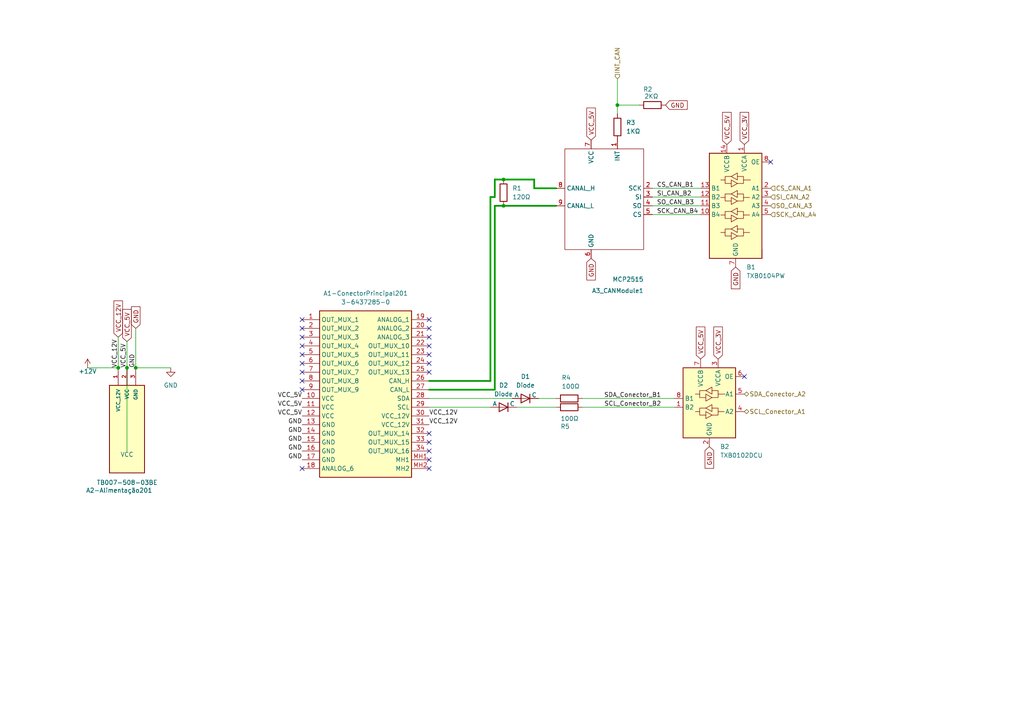
<source format=kicad_sch>
(kicad_sch (version 20250114) (generator "eeschema") (generator_version "9.0")
  (paper "A4")
  (lib_symbols
    (symbol "CAN_Module:MCP2515"
      (property "Reference" "A3.1_CANModule1" (at 14.986 -34.29 0))
      (property "Value" "MCP2515" (at 14.986 -31.496 0))
      (symbol "MCP2515_0_1"
        (rectangle (start 0 0) (end 22.86 -29.21))
        (rectangle (start 0 -11.43) (end 0 -11.43))
      )
      (symbol "MCP2515_1_1"
        (pin output line (at -2.54 -11.43 0) (length 2.54) (name "SCK") (number "2"))
        (pin input line (at -2.54 -13.97 0) (length 2.54) (name "SI") (number "3"))
        (pin output line (at -2.54 -16.51 0) (length 2.54) (name "SO") (number "4"))
        (pin output line (at -2.54 -19.05 0) (length 2.54) (name "CS") (number "5"))
        (pin output line (at 7.62 2.54 270) (length 2.54) (name "INT") (number "1"))
        (pin input line (at 15.24 2.54 270) (length 2.54) (name "VCC") (number "7"))
        (pin input line (at 15.24 -31.75 90) (length 2.54) (name "GND") (number "6"))
        (pin input line (at 25.4 -11.43 180) (length 2.54) (name "CANAL_H") (number "8"))
        (pin input line (at 25.4 -16.51 180) (length 2.54) (name "CANAL_L") (number "9"))
      )
    )
    (symbol "Device:R" (pin_numbers (hide yes)) (pin_names (offset 0))
      (property "Reference" "R" (at 2.032 0 90))
      (property "Value" "R" (at 0 0 90))
      (symbol "R_0_1"
        (rectangle (start -1.016 -2.54) (end 1.016 2.54) (stroke (width 0.254)))
      )
      (symbol "R_1_1"
        (pin passive line (at 0 3.81 270) (length 1.27) (name "~") (number "1"))
        (pin passive line (at 0 -3.81 90) (length 1.27) (name "~") (number "2"))
      )
    )
    (symbol "Diodo_Transmissão:Diode" (pin_numbers (hide yes)) (pin_names (offset 0))
      (property "Reference" "D" (at 0 5.08 0))
      (property "Value" "Diode" (at 0 3.175 0))
      (symbol "Diode_0_1"
        (polyline (pts (xy -1.27 0) (xy 1.27 0)))
        (polyline (pts (xy -1.27 -1.27) (xy -1.27 1.27) (xy 1.27 0) (xy -1.27 -1.27)) (stroke (width 0.254)))
        (polyline (pts (xy 1.27 -1.27) (xy 1.27 1.27)) (stroke (width 0.254)))
      )
      (symbol "Diode_1_1"
        (pin passive line (at -3.81 0 0) (length 2.54) (name "A") (number "1"))
        (pin passive line (at 3.81 0 180) (length 2.54) (name "C") (number "2"))
      )
    )
    (symbol "Logic_LevelTranslator:TXB0102DCU"
      (property "Reference" "U?" (at 2.1433 -12.7 0))
      (property "Value" "TXB0102DCU" (at 2.1433 -15.24 0))
      (symbol "TXB0102DCU_0_1"
        (rectangle (start -7.62 10.16) (end 7.62 -10.16) (stroke (width 0.254)) (fill (type background)))
        (polyline (pts (xy -2.54 2.54) (xy -2.54 3.556) (xy -0.762 3.556)))
        (polyline (pts (xy -2.54 -2.54) (xy -2.54 -1.524) (xy -0.762 -1.524)))
        (polyline (pts (xy -0.762 2.54) (xy -0.762 4.572) (xy 1.016 3.556) (xy -0.762 2.54)))
        (polyline (pts (xy -0.762 1.524) (xy -2.54 1.524) (xy -2.54 2.54) (xy -4.572 2.54)))
        (polyline (pts (xy -0.762 -2.54) (xy -0.762 -0.508) (xy 1.016 -1.524) (xy -0.762 -2.54)))
        (polyline (pts (xy -0.762 -3.556) (xy -2.54 -3.556) (xy -2.54 -2.54) (xy -4.318 -2.54)))
        (polyline (pts (xy 1.016 3.556) (xy 2.794 3.556) (xy 2.794 2.54) (xy 4.064 2.54)))
        (polyline (pts (xy 1.016 2.54) (xy 1.016 0.762) (xy 1.016 0.508) (xy -0.762 1.524) (xy 1.016 2.54)))
        (polyline (pts (xy 1.016 -1.524) (xy 2.794 -1.524) (xy 2.794 -2.54) (xy 4.064 -2.54)))
        (polyline (pts (xy 1.016 -2.54) (xy 1.016 -4.572) (xy -0.762 -3.556) (xy 1.016 -2.54)))
        (polyline (pts (xy 2.794 2.54) (xy 2.794 1.524) (xy 1.016 1.524)))
        (polyline (pts (xy 2.794 -2.54) (xy 2.794 -3.556) (xy 1.016 -3.556)))
      )
      (symbol "TXB0102DCU_1_1"
        (pin input line (at -10.16 7.62 0) (length 2.54) (name "OE") (number "6"))
        (pin bidirectional line (at -10.16 2.54 0) (length 2.54) (name "A1") (number "5"))
        (pin bidirectional line (at -10.16 -2.54 0) (length 2.54) (name "A2") (number "4"))
        (pin power_in line (at -2.54 12.7 270) (length 2.54) (name "VCCA") (number "3"))
        (pin power_in line (at 0 -12.7 90) (length 2.54) (name "GND") (number "2"))
        (pin power_in line (at 2.54 12.7 270) (length 2.54) (name "VCCB") (number "7"))
        (pin bidirectional line (at 10.16 1.27 180) (length 2.54) (name "B1") (number "8"))
        (pin bidirectional line (at 10.16 -1.27 180) (length 2.54) (name "B2") (number "1"))
      )
    )
    (symbol "Logic_LevelTranslator:TXB0104PW"
      (property "Reference" "U?" (at 2.1433 -17.78 0))
      (property "Value" "TXB0104PW" (at 2.1433 -20.32 0))
      (symbol "TXB0104PW_0_1"
        (rectangle (start -7.62 15.24) (end 7.62 -15.24) (stroke (width 0.254)) (fill (type background)))
        (rectangle (start -7.62 -15.24) (end -7.62 -12.7) (stroke (width 0.254)))
        (polyline (pts (xy -2.286 7.493) (xy -2.286 8.509) (xy -0.508 8.509)))
        (polyline (pts (xy -2.286 2.413) (xy -2.286 3.429) (xy -0.508 3.429)))
        (polyline (pts (xy -2.286 -2.667) (xy -2.286 -1.651) (xy -0.508 -1.651)))
        (polyline (pts (xy -2.286 -7.747) (xy -2.286 -6.731) (xy -0.508 -6.731)))
        (polyline (pts (xy -0.508 6.477) (xy -2.286 6.477) (xy -2.286 7.493) (xy -4.318 7.493)))
        (polyline (pts (xy -0.508 6.477) (xy 1.27 7.493) (xy 1.27 5.461) (xy -0.508 6.477)))
        (polyline (pts (xy -0.508 1.397) (xy -2.286 1.397) (xy -2.286 2.413) (xy -4.064 2.413)))
        (polyline (pts (xy -0.508 1.397) (xy 1.27 2.413) (xy 1.27 0.381) (xy -0.508 1.397)))
        (polyline (pts (xy -0.508 -3.683) (xy -2.286 -3.683) (xy -2.286 -2.667) (xy -4.064 -2.667)))
        (polyline (pts (xy -0.508 -3.683) (xy 1.27 -2.667) (xy 1.27 -4.699) (xy -0.508 -3.683)))
        (polyline (pts (xy -0.508 -8.763) (xy -2.286 -8.763) (xy -2.286 -7.747) (xy -4.064 -7.747)))
        (polyline (pts (xy -0.508 -8.763) (xy 1.27 -7.747) (xy 1.27 -9.779) (xy -0.508 -8.763)))
        (polyline (pts (xy 1.27 8.509) (xy -0.508 7.493) (xy -0.508 9.525) (xy 1.27 8.509)))
        (polyline (pts (xy 1.27 8.509) (xy 3.048 8.509) (xy 3.048 7.493) (xy 4.318 7.493)))
        (polyline (pts (xy 1.27 3.429) (xy -0.508 2.413) (xy -0.508 4.445) (xy 1.27 3.429)))
        (polyline (pts (xy 1.27 3.429) (xy 3.048 3.429) (xy 3.048 2.413) (xy 4.318 2.413)))
        (polyline (pts (xy 1.27 -1.651) (xy -0.508 -2.667) (xy -0.508 -0.635) (xy 1.27 -1.651)))
        (polyline (pts (xy 1.27 -1.651) (xy 3.048 -1.651) (xy 3.048 -2.667) (xy 4.318 -2.667)))
        (polyline (pts (xy 1.27 -6.731) (xy -0.508 -7.747) (xy -0.508 -5.715) (xy 1.27 -6.731)))
        (polyline (pts (xy 1.27 -6.731) (xy 3.048 -6.731) (xy 3.048 -7.747) (xy 4.318 -7.747)))
        (polyline (pts (xy 3.048 7.493) (xy 3.048 6.477) (xy 1.27 6.477)))
        (polyline (pts (xy 3.048 2.413) (xy 3.048 1.397) (xy 1.27 1.397)))
        (polyline (pts (xy 3.048 -2.667) (xy 3.048 -3.683) (xy 1.27 -3.683)))
        (polyline (pts (xy 3.048 -7.747) (xy 3.048 -8.763) (xy 1.27 -8.763)))
      )
      (symbol "TXB0104PW_1_1"
        (pin input line (at -10.16 12.7 0) (length 2.54) (name "OE") (number "8"))
        (pin bidirectional line (at -10.16 5.08 0) (length 2.54) (name "A1") (number "2"))
        (pin bidirectional line (at -10.16 2.54 0) (length 2.54) (name "A2") (number "3"))
        (pin bidirectional line (at -10.16 0 0) (length 2.54) (name "A3") (number "4"))
        (pin bidirectional line (at -10.16 -2.54 0) (length 2.54) (name "A4") (number "5"))
        (pin no_connect line (at -7.62 -12.7 0) (length 2.54) (hide yes) (name "NC") (number "6"))
        (pin power_in line (at -2.54 17.78 270) (length 2.54) (name "VCCA") (number "1"))
        (pin power_in line (at 0 -17.78 90) (length 2.54) (name "GND") (number "7"))
        (pin power_in line (at 2.54 17.78 270) (length 2.54) (name "VCCB") (number "14"))
        (pin no_connect line (at 7.62 -12.7 180) (length 2.54) (hide yes) (name "NC") (number "9"))
        (pin bidirectional line (at 10.16 5.08 180) (length 2.54) (name "B1") (number "13"))
        (pin bidirectional line (at 10.16 2.54 180) (length 2.54) (name "B2") (number "12"))
        (pin bidirectional line (at 10.16 0 180) (length 2.54) (name "B3") (number "11"))
        (pin bidirectional line (at 10.16 -2.54 180) (length 2.54) (name "B4") (number "10"))
      )
    )
    (symbol "conector:3-6437285-0"
      (property "Reference" "A1-ConectorPrincipal" (at 18.415 7.62 0))
      (property "Value" "3-6437285-0" (at 18.415 5.08 0))
      (symbol "3-6437285-0_1_1"
        (rectangle (start 5.08 2.54) (end 31.75 -45.72) (stroke (width 0.254)) (fill (type background)))
        (pin passive line (at 0 0 0) (length 5.08) (name "OUT_MUX_1") (number "1"))
        (pin passive line (at 0 -2.54 0) (length 5.08) (name "OUT_MUX_2") (number "2"))
        (pin passive line (at 0 -5.08 0) (length 5.08) (name "OUT_MUX_3") (number "3"))
        (pin passive line (at 0 -7.62 0) (length 5.08) (name "OUT_MUX_4") (number "4"))
        (pin passive line (at 0 -10.16 0) (length 5.08) (name "OUT_MUX_5") (number "5"))
        (pin passive line (at 0 -12.7 0) (length 5.08) (name "OUT_MUX_6") (number "6"))
        (pin passive line (at 0 -15.24 0) (length 5.08) (name "OUT_MUX_7") (number "7"))
        (pin passive line (at 0 -17.78 0) (length 5.08) (name "OUT_MUX_8") (number "8"))
        (pin passive line (at 0 -20.32 0) (length 5.08) (name "OUT_MUX_9") (number "9"))
        (pin bidirectional line (at 0 -22.86 0) (length 5.08) (name "VCC") (number "10"))
        (pin bidirectional line (at 0 -25.4 0) (length 5.08) (name "VCC") (number "11"))
        (pin bidirectional line (at 0 -27.94 0) (length 5.08) (name "VCC") (number "12"))
        (pin bidirectional line (at 0 -30.48 0) (length 5.08) (name "GND") (number "13"))
        (pin bidirectional line (at 0 -33.02 0) (length 5.08) (name "GND") (number "14"))
        (pin bidirectional line (at 0 -35.56 0) (length 5.08) (name "GND") (number "15"))
        (pin bidirectional line (at 0 -38.1 0) (length 5.08) (name "GND") (number "16"))
        (pin bidirectional line (at 0 -40.64 0) (length 5.08) (name "GND") (number "17"))
        (pin passive line (at 0 -43.18 0) (length 5.08) (name "ANALOG_6") (number "18"))
        (pin passive line (at 36.83 0 180) (length 5.08) (name "ANALOG_1") (number "19"))
        (pin passive line (at 36.83 -2.54 180) (length 5.08) (name "ANALOG_2") (number "20"))
        (pin passive line (at 36.83 -5.08 180) (length 5.08) (name "ANALOG_3") (number "21"))
        (pin passive line (at 36.83 -7.62 180) (length 5.08) (name "OUT_MUX_10") (number "22"))
        (pin passive line (at 36.83 -10.16 180) (length 5.08) (name "OUT_MUX_11") (number "23"))
        (pin passive line (at 36.83 -12.7 180) (length 5.08) (name "OUT_MUX_12") (number "24"))
        (pin passive line (at 36.83 -15.24 180) (length 5.08) (name "OUT_MUX_13") (number "25"))
        (pin passive line (at 36.83 -17.78 180) (length 5.08) (name "CAN_H") (number "26"))
        (pin passive line (at 36.83 -20.32 180) (length 5.08) (name "CAN_L") (number "27"))
        (pin passive line (at 36.83 -22.86 180) (length 5.08) (name "SDA") (number "28"))
        (pin passive line (at 36.83 -25.4 180) (length 5.08) (name "SCL") (number "29"))
        (pin bidirectional line (at 36.83 -27.94 180) (length 5.08) (name "VCC_12V") (number "30"))
        (pin bidirectional line (at 36.83 -30.48 180) (length 5.08) (name "VCC_12V") (number "31"))
        (pin passive line (at 36.83 -33.02 180) (length 5.08) (name "OUT_MUX_14") (number "32"))
        (pin passive line (at 36.83 -35.56 180) (length 5.08) (name "OUT_MUX_15") (number "33"))
        (pin passive line (at 36.83 -38.1 180) (length 5.08) (name "OUT_MUX_16") (number "34"))
        (pin passive line (at 36.83 -40.64 180) (length 5.08) (name "MH1") (number "MH1"))
        (pin passive line (at 36.83 -43.18 180) (length 5.08) (name "MH2") (number "MH2"))
      )
    )
    (symbol "conector_borne:TB007-508-03BE" (pin_names (offset 1.016))
      (property "Reference" "A2-Alimentação" (at -7.366 -25.4 0))
      (property "Value" "TB007-508-03BE" (at -8.89 -23.114 0))
      (symbol "TB007-508-03BE_0_0"
        (rectangle (start -5.08 5.08) (end 5.08 -20.32) (stroke (width 0.254)) (fill (type background)))
      )
      (symbol "TB007-508-03BE_1_0"
        (pin bidirectional line (at -2.54 10.16 270) (length 5.08) (name "GND") (number "3"))
        (pin bidirectional line (at 0 10.16 270) (length 5.08) (name "VCC") (number "2"))
        (pin bidirectional line (at 2.54 10.16 270) (length 5.08) (name "VCC_12V") (number "1"))
      )
    )
    (symbol "power:+12V" (power) (pin_numbers (hide yes)) (pin_names (offset 0) (hide yes))
      (property "Value" "+12V" (at 0 3.556 0))
      (symbol "+12V_0_1"
        (polyline (pts (xy -0.762 1.27) (xy 0 2.54)))
        (polyline (pts (xy 0 2.54) (xy 0.762 1.27)))
        (polyline (pts (xy 0 0) (xy 0 2.54)))
      )
      (symbol "+12V_1_1"
        (pin power_in line (at 0 0 90) (length 0) (name "~") (number "1"))
      )
    )
    (symbol "power:GND" (power) (pin_numbers (hide yes)) (pin_names (offset 0) (hide yes))
      (property "Value" "GND" (at 0 -3.81 0))
      (symbol "GND_0_1"
        (polyline (pts (xy 0 0) (xy 0 -1.27) (xy 1.27 -1.27) (xy 0 -2.54) (xy -1.27 -1.27) (xy 0 -1.27)))
      )
      (symbol "GND_1_1"
        (pin power_in line (at 0 0 270) (length 0) (name "~") (number "1"))
      )
    )
    (symbol "power:VCC" (power) (pin_numbers (hide yes)) (pin_names (offset 0) (hide yes))
      (property "Value" "VCC" (at 0 3.556 0))
      (symbol "VCC_0_1"
        (polyline (pts (xy -0.762 1.27) (xy 0 2.54)))
        (polyline (pts (xy 0 2.54) (xy 0.762 1.27)))
        (polyline (pts (xy 0 0) (xy 0 2.54)))
      )
      (symbol "VCC_1_1"
        (pin power_in line (at 0 0 90) (length 0) (name "~") (number "1"))
      )
    )
  )
  (junction (at 34.29 106.68))
  (junction (at 146.05 52.07))
  (junction (at 179.07 30.48))
  (junction (at 36.83 106.68))
  (junction (at 146.05 59.69))
  (junction (at 39.37 106.68))
  (no_connect (at 87.63 110.49))
  (no_connect (at 87.63 95.25))
  (no_connect (at 87.63 135.89))
  (no_connect (at 124.46 105.41))
  (no_connect (at 87.63 92.71))
  (no_connect (at 87.63 97.79))
  (no_connect (at 87.63 105.41))
  (no_connect (at 124.46 102.87))
  (no_connect (at 215.9 109.22))
  (no_connect (at 87.63 107.95))
  (no_connect (at 124.46 125.73))
  (no_connect (at 124.46 100.33))
  (no_connect (at 87.63 102.87))
  (no_connect (at 87.63 113.03))
  (no_connect (at 124.46 128.27))
  (no_connect (at 124.46 107.95))
  (no_connect (at 124.46 97.79))
  (no_connect (at 124.46 130.81))
  (no_connect (at 223.52 46.99))
  (no_connect (at 124.46 135.89))
  (no_connect (at 87.63 100.33))
  (no_connect (at 124.46 92.71))
  (no_connect (at 124.46 133.35))
  (no_connect (at 124.46 95.25))
  (wire (pts (xy 168.91 115.57) (xy 195.58 115.57)))
  (wire (pts (xy 36.83 106.68) (xy 36.83 130.81)))
  (wire (pts (xy 124.46 118.11) (xy 142.24 118.11)))
  (wire (pts (xy 142.24 110.49) (xy 124.46 110.49)) (stroke (width 0.5)))
  (wire (pts (xy 34.29 97.79) (xy 34.29 106.68)))
  (wire (pts (xy 124.46 115.57) (xy 148.59 115.57)))
  (wire (pts (xy 143.51 59.69) (xy 146.05 59.69)) (stroke (width 0.5)))
  (wire (pts (xy 25.4 106.68) (xy 34.29 106.68)))
  (wire (pts (xy 203.2 54.61) (xy 189.23 54.61)))
  (wire (pts (xy 49.53 106.68) (xy 39.37 106.68)))
  (wire (pts (xy 154.94 54.61) (xy 161.29 54.61)) (stroke (width 0.5)))
  (wire (pts (xy 39.37 95.25) (xy 39.37 106.68)))
  (wire (pts (xy 156.21 115.57) (xy 161.29 115.57)))
  (wire (pts (xy 185.42 30.48) (xy 179.07 30.48)))
  (wire (pts (xy 146.05 59.69) (xy 161.29 59.69)) (stroke (width 0.5)))
  (wire (pts (xy 36.83 99.06) (xy 36.83 106.68)))
  (wire (pts (xy 179.07 22.86) (xy 179.07 30.48)))
  (wire (pts (xy 143.51 52.07) (xy 146.05 52.07)) (stroke (width 0.5)))
  (wire (pts (xy 168.91 118.11) (xy 195.58 118.11)))
  (wire (pts (xy 149.86 118.11) (xy 161.29 118.11)))
  (wire (pts (xy 154.94 54.61) (xy 154.94 52.07)) (stroke (width 0.5)))
  (wire (pts (xy 203.2 59.69) (xy 189.23 59.69)))
  (wire (pts (xy 179.07 30.48) (xy 179.07 33.02)))
  (wire (pts (xy 203.2 62.23) (xy 189.23 62.23)))
  (wire (pts (xy 143.51 52.07) (xy 143.51 57.15)) (stroke (width 0.5)))
  (wire (pts (xy 142.24 57.15) (xy 142.24 110.49)) (stroke (width 0.5)))
  (wire (pts (xy 143.51 59.69) (xy 143.51 113.03)) (stroke (width 0.5)))
  (wire (pts (xy 142.24 57.15) (xy 143.51 57.15)) (stroke (width 0.5)))
  (wire (pts (xy 143.51 113.03) (xy 124.46 113.03)) (stroke (width 0.5)))
  (wire (pts (xy 146.05 52.07) (xy 154.94 52.07)) (stroke (width 0.5)))
  (wire (pts (xy 203.2 57.15) (xy 189.23 57.15)))
  (label "VCC_5V" (at 36.83 106.68 90))
  (label "VCC_5V" (at 87.63 120.65 180))
  (label "SI_CAN_B2" (at 190.5 57.15 0))
  (label "SDA_Conector_B1" (at 191.77 115.57 180))
  (label "CS_CAN_B1" (at 190.5 54.61 0))
  (label "GND" (at 87.63 123.19 180))
  (label "SO_CAN_B3" (at 190.5 59.69 0))
  (label "GND" (at 87.63 133.35 180))
  (label "GND" (at 87.63 130.81 180))
  (label "GND" (at 39.37 106.68 90))
  (label "VCC_12V" (at 124.46 120.65 0))
  (label "SCL_Conector_B2" (at 191.77 118.11 180))
  (label "GND" (at 87.63 128.27 180))
  (label "VCC_5V" (at 87.63 118.11 180))
  (label "SCK_CAN_B4" (at 190.5 62.23 0))
  (label "GND" (at 87.63 125.73 180))
  (label "VCC_12V" (at 34.29 106.68 90))
  (label "VCC_12V" (at 124.46 123.19 0))
  (label "VCC_5V" (at 87.63 115.57 180))
  (global_label "GND" (shape input) (at 39.37 95.25 90) (property "Intersheetrefs" "${INTERSHEET_REFS}" (effects (hide yes))))
  (global_label "VCC_12V" (shape input) (at 34.29 97.79 90) (property "Intersheetrefs" "${INTERSHEET_REFS}" (effects (hide yes))))
  (global_label "GND" (shape input) (at 205.74 129.54 270) (property "Intersheetrefs" "${INTERSHEET_REFS}" (effects (hide yes))))
  (global_label "VCC_5V" (shape input) (at 210.82 41.91 90) (property "Intersheetrefs" "${INTERSHEET_REFS}" (effects (hide yes))))
  (global_label "GND" (shape input) (at 213.36 77.47 270) (property "Intersheetrefs" "${INTERSHEET_REFS}" (effects (hide yes))))
  (global_label "VCC_3V" (shape input) (at 208.28 104.14 90) (property "Intersheetrefs" "${INTERSHEET_REFS}" (effects (hide yes))))
  (global_label "VCC_5V" (shape input) (at 36.83 99.06 90) (property "Intersheetrefs" "${INTERSHEET_REFS}" (effects (hide yes))))
  (global_label "GND" (shape input) (at 193.04 30.48 0) (property "Intersheetrefs" "${INTERSHEET_REFS}" (effects (hide yes))))
  (global_label "VCC_5V" (shape input) (at 171.45 40.64 90) (property "Intersheetrefs" "${INTERSHEET_REFS}" (effects (hide yes))))
  (global_label "VCC_3V" (shape input) (at 215.9 41.91 90) (property "Intersheetrefs" "${INTERSHEET_REFS}" (effects (hide yes))))
  (global_label "VCC_5V" (shape input) (at 203.2 104.14 90) (property "Intersheetrefs" "${INTERSHEET_REFS}" (effects (hide yes))))
  (global_label "GND" (shape input) (at 171.45 74.93 270) (property "Intersheetrefs" "${INTERSHEET_REFS}" (effects (hide yes))))
  (hierarchical_label "INT_CAN" (shape input) (at 179.07 22.86 90))
  (hierarchical_label "SCL_Conector_A1" (shape bidirectional) (at 215.9 119.38 0))
  (hierarchical_label "SI_CAN_A2" (shape input) (at 223.52 57.15 0))
  (hierarchical_label "SO_CAN_A3" (shape input) (at 223.52 59.69 0))
  (hierarchical_label "SDA_Conector_A2" (shape bidirectional) (at 215.9 114.3 0))
  (hierarchical_label "CS_CAN_A1" (shape input) (at 223.52 54.61 0))
  (hierarchical_label "SCK_CAN_A4" (shape input) (at 223.52 62.23 0))
  (symbol (lib_id "Device:R") (at 146.05 55.88 180) (unit 1)
    (property "Reference" "R1" (at 148.59 54.6099 0) (effects (justify right)))
    (property "Value" "120Ω" (at 148.59 57.1499 0) (effects (justify right)))
    (property "Footprint" "Resistor_SMD:R_1206_3216Metric_Pad1.30x1.75mm_HandSolder" (effects (hide yes)))
    (property "Description" "Resistor" (effects (hide yes)))
  )
  (symbol (lib_id "Device:R") (at 165.1 118.11 270) (unit 1)
    (property "Reference" "R5" (at 162.56 123.698 90) (effects (justify left)))
    (property "Value" "100Ω" (at 162.56 121.412 90) (effects (justify left)))
    (property "Footprint" "Resistor_SMD:R_1206_3216Metric_Pad1.30x1.75mm_HandSolder" (effects (hide yes)))
    (property "Description" "Resistor" (effects (hide yes)))
  )
  (symbol (lib_id "Logic_LevelTranslator:TXB0102DCU") (at 205.74 116.84 0) (mirror y) (unit 1)
    (property "Reference" "B2" (at 208.8581 129.54 0) (effects (justify right)))
    (property "Value" "TXB0102DCU" (at 208.8581 132.08 0) (effects (justify right)))
    (property "Footprint" "Package_SO:VSSOP-8_2.3x2mm_P0.5mm" (effects (hide yes)))
    (property "Datasheet" "http://www.ti.com/lit/ds/symlink/txb0102.pdf" (effects (hide yes)))
    (property "Description" "2-Bit Bidirectional Voltage-Level Translator With Auto Direction Sensing and ±15-kV ESD Protection, VSSOP-8" (effects (hide yes)))
  )
  (symbol (lib_id "CAN_Module:MCP2515") (at 186.69 43.18 0) (mirror y) (unit 1)
    (property "Reference" "A3_CANModule1" (at 186.69 84.328 0) (effects (justify left)))
    (property "Value" "MCP2515" (at 186.69 81.026 0) (effects (justify left)))
    (property "Footprint" "Can_Module:MCP2515" (effects (hide yes)))
  )
  (symbol (lib_id "conector_borne:TB007-508-03BE") (at 36.83 116.84 0) (mirror y) (unit 1)
    (property "Reference" "A2-Alimentação201" (at 44.196 142.24 0) (effects (justify left)))
    (property "Value" "TB007-508-03BE" (at 45.72 139.954 0) (effects (justify left)))
    (property "Footprint" "Alimentação_Geral:Alimentação_5_12_GND" (effects (hide yes)))
    (property "STANDARD" "Manufacturer Recommendations" (effects (hide yes)))
    (property "MANUFACTURER" "CUI" (effects (hide yes)))
  )
  (symbol (lib_id "Logic_LevelTranslator:TXB0104PW") (at 213.36 59.69 0) (mirror y) (unit 1)
    (property "Reference" "B1" (at 216.4781 77.47 0) (effects (justify right)))
    (property "Value" "TXB0104PW" (at 216.4781 80.01 0) (effects (justify right)))
    (property "Footprint" "Package_SO:TSSOP-14_4.4x5mm_P0.65mm" (effects (hide yes)))
    (property "Datasheet" "http://www.ti.com/lit/ds/symlink/txb0104.pdf" (effects (hide yes)))
    (property "Description" "4-Bit Bidirectional Voltage-Level Translator, Auto Direction Sensing and ±15-kV ESD Protection, 1.2 - 3.6V APort, 1.65 - 5.5V BPort, TSSOP-14" (effects (hide yes)))
  )
  (symbol (lib_id "power:GND") (at 49.53 106.68 0) (unit 1)
    (property "Reference" "#PWR01" (effects (hide yes)))
    (property "Value" "GND" (at 49.53 111.76 0))
    (property "Description" "Power symbol creates a global label with name \"GND\" , ground" (effects (hide yes)))
  )
  (symbol (lib_id "Diodo_Transmissão:Diode") (at 152.4 115.57 0) (unit 1)
    (property "Reference" "D1" (at 152.4 109.22 0))
    (property "Value" "Diode" (at 152.4 111.76 0))
    (property "Footprint" "Diodo:P1_DO-15" (effects (hide yes)))
    (property "Datasheet" "https://diotec.com/de/produktliste/D.html" (effects (hide yes)))
    (property "Description" "Diode" (effects (hide yes)))
  )
  (symbol (lib_id "power:VCC") (at 36.83 130.81 0) (unit 1)
    (property "Reference" "#PWR02" (effects (hide yes)))
    (property "Value" "VCC" (at 36.83 131.826 0))
    (property "Description" "Power symbol creates a global label with name \"VCC\"" (effects (hide yes)))
  )
  (symbol (lib_id "power:+12V") (at 25.4 106.68 0) (unit 1)
    (property "Reference" "#PWR03" (effects (hide yes)))
    (property "Value" "+12V" (at 25.4 107.696 0))
    (property "Description" "Power symbol creates a global label with name \"+12V\"" (effects (hide yes)))
  )
  (symbol (lib_id "Device:R") (at 179.07 36.83 180) (unit 1)
    (property "Reference" "R3" (at 181.61 35.5599 0) (effects (justify right)))
    (property "Value" "1KΩ" (at 181.61 38.0999 0) (effects (justify right)))
    (property "Footprint" "Resistor_SMD:R_1206_3216Metric_Pad1.30x1.75mm_HandSolder" (effects (hide yes)))
    (property "Description" "Resistor" (effects (hide yes)))
  )
  (symbol (lib_id "conector:3-6437285-0") (at 87.63 92.71 0) (unit 1)
    (property "Reference" "A1-ConectorPrincipal201" (at 106.045 85.09 0))
    (property "Value" "3-6437285-0" (at 106.045 87.63 0))
    (property "Footprint" "Conector_Principal_Carro:Conector_Principal" (effects (hide yes)))
    (property "Datasheet" "https://www.te.com/commerce/DocumentDelivery/DDEController?Action=showdoc&DocId=Customer+Drawing%7F2-1437285-8%7FA%7Fpdf%7FJapanese%7FJPN_CD_2-1437285-8_A.pdf%7F3-6437285-0" (effects (hide yes)))
    (property "Height" "28.2" (effects (hide yes)))
    (property "Mouser Part Number" "571-3-6437285-0" (effects (hide yes)))
    (property "Mouser Price/Stock" "https://www.mouser.co.uk/ProductDetail/TE-Connectivity/3-6437285-0?qs=WBj8811fzwFF9aG7dQQTdA%3D%3D" (effects (hide yes)))
    (property "Manufacturer_Name" "TE Connectivity" (effects (hide yes)))
    (property "Manufacturer_Part_Number" "3-6437285-0" (effects (hide yes)))
  )
  (symbol (lib_id "Device:R") (at 165.1 115.57 270) (unit 1)
    (property "Reference" "R4" (at 162.8775 109.5374 90) (effects (justify left)))
    (property "Value" "100Ω" (at 162.8775 112.0774 90) (effects (justify left)))
    (property "Footprint" "Resistor_SMD:R_1206_3216Metric_Pad1.30x1.75mm_HandSolder" (effects (hide yes)))
    (property "Description" "Resistor" (effects (hide yes)))
  )
  (symbol (lib_id "Diodo_Transmissão:Diode") (at 146.05 118.11 0) (unit 1)
    (property "Reference" "D2" (at 146.05 111.76 0))
    (property "Value" "Diode" (at 146.05 114.3 0))
    (property "Footprint" "Diodo:P1_DO-15" (effects (hide yes)))
    (property "Datasheet" "https://diotec.com/de/produktliste/D.html" (effects (hide yes)))
    (property "Description" "Diode" (effects (hide yes)))
  )
  (symbol (lib_id "Device:R") (at 189.23 30.48 90) (mirror x) (unit 1)
    (property "Reference" "R2" (at 189.23 25.908 90) (effects (justify left)))
    (property "Value" "2KΩ" (at 191.008 27.94 90) (effects (justify left)))
    (property "Footprint" "Resistor_SMD:R_1206_3216Metric_Pad1.30x1.75mm_HandSolder" (effects (hide yes)))
    (property "Description" "Resistor" (effects (hide yes)))
  )
)
</source>
